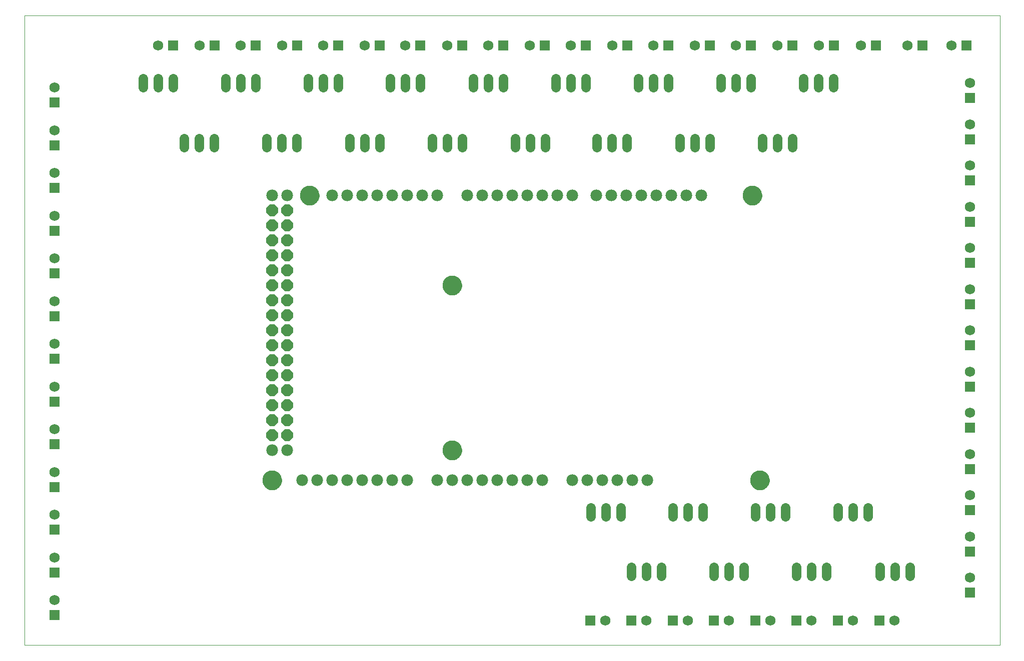
<source format=gts>
G75*
G70*
%OFA0B0*%
%FSLAX24Y24*%
%IPPOS*%
%LPD*%
%AMOC8*
5,1,8,0,0,1.08239X$1,22.5*
%
%ADD10C,0.0000*%
%ADD11R,0.0690X0.0690*%
%ADD12C,0.0690*%
%ADD13C,0.0640*%
%ADD14C,0.1300*%
%ADD15C,0.0780*%
%ADD16OC8,0.0780*%
D10*
X000353Y000353D02*
X000353Y042353D01*
X065353Y042353D01*
X065353Y000353D01*
X000353Y000353D01*
X016223Y011353D02*
X016225Y011403D01*
X016231Y011453D01*
X016241Y011502D01*
X016255Y011550D01*
X016272Y011597D01*
X016293Y011642D01*
X016318Y011686D01*
X016346Y011727D01*
X016378Y011766D01*
X016412Y011803D01*
X016449Y011837D01*
X016489Y011867D01*
X016531Y011894D01*
X016575Y011918D01*
X016621Y011939D01*
X016668Y011955D01*
X016716Y011968D01*
X016766Y011977D01*
X016815Y011982D01*
X016866Y011983D01*
X016916Y011980D01*
X016965Y011973D01*
X017014Y011962D01*
X017062Y011947D01*
X017108Y011929D01*
X017153Y011907D01*
X017196Y011881D01*
X017237Y011852D01*
X017276Y011820D01*
X017312Y011785D01*
X017344Y011747D01*
X017374Y011707D01*
X017401Y011664D01*
X017424Y011620D01*
X017443Y011574D01*
X017459Y011526D01*
X017471Y011477D01*
X017479Y011428D01*
X017483Y011378D01*
X017483Y011328D01*
X017479Y011278D01*
X017471Y011229D01*
X017459Y011180D01*
X017443Y011132D01*
X017424Y011086D01*
X017401Y011042D01*
X017374Y010999D01*
X017344Y010959D01*
X017312Y010921D01*
X017276Y010886D01*
X017237Y010854D01*
X017196Y010825D01*
X017153Y010799D01*
X017108Y010777D01*
X017062Y010759D01*
X017014Y010744D01*
X016965Y010733D01*
X016916Y010726D01*
X016866Y010723D01*
X016815Y010724D01*
X016766Y010729D01*
X016716Y010738D01*
X016668Y010751D01*
X016621Y010767D01*
X016575Y010788D01*
X016531Y010812D01*
X016489Y010839D01*
X016449Y010869D01*
X016412Y010903D01*
X016378Y010940D01*
X016346Y010979D01*
X016318Y011020D01*
X016293Y011064D01*
X016272Y011109D01*
X016255Y011156D01*
X016241Y011204D01*
X016231Y011253D01*
X016225Y011303D01*
X016223Y011353D01*
X028223Y013353D02*
X028225Y013403D01*
X028231Y013453D01*
X028241Y013502D01*
X028255Y013550D01*
X028272Y013597D01*
X028293Y013642D01*
X028318Y013686D01*
X028346Y013727D01*
X028378Y013766D01*
X028412Y013803D01*
X028449Y013837D01*
X028489Y013867D01*
X028531Y013894D01*
X028575Y013918D01*
X028621Y013939D01*
X028668Y013955D01*
X028716Y013968D01*
X028766Y013977D01*
X028815Y013982D01*
X028866Y013983D01*
X028916Y013980D01*
X028965Y013973D01*
X029014Y013962D01*
X029062Y013947D01*
X029108Y013929D01*
X029153Y013907D01*
X029196Y013881D01*
X029237Y013852D01*
X029276Y013820D01*
X029312Y013785D01*
X029344Y013747D01*
X029374Y013707D01*
X029401Y013664D01*
X029424Y013620D01*
X029443Y013574D01*
X029459Y013526D01*
X029471Y013477D01*
X029479Y013428D01*
X029483Y013378D01*
X029483Y013328D01*
X029479Y013278D01*
X029471Y013229D01*
X029459Y013180D01*
X029443Y013132D01*
X029424Y013086D01*
X029401Y013042D01*
X029374Y012999D01*
X029344Y012959D01*
X029312Y012921D01*
X029276Y012886D01*
X029237Y012854D01*
X029196Y012825D01*
X029153Y012799D01*
X029108Y012777D01*
X029062Y012759D01*
X029014Y012744D01*
X028965Y012733D01*
X028916Y012726D01*
X028866Y012723D01*
X028815Y012724D01*
X028766Y012729D01*
X028716Y012738D01*
X028668Y012751D01*
X028621Y012767D01*
X028575Y012788D01*
X028531Y012812D01*
X028489Y012839D01*
X028449Y012869D01*
X028412Y012903D01*
X028378Y012940D01*
X028346Y012979D01*
X028318Y013020D01*
X028293Y013064D01*
X028272Y013109D01*
X028255Y013156D01*
X028241Y013204D01*
X028231Y013253D01*
X028225Y013303D01*
X028223Y013353D01*
X028223Y024353D02*
X028225Y024403D01*
X028231Y024453D01*
X028241Y024502D01*
X028255Y024550D01*
X028272Y024597D01*
X028293Y024642D01*
X028318Y024686D01*
X028346Y024727D01*
X028378Y024766D01*
X028412Y024803D01*
X028449Y024837D01*
X028489Y024867D01*
X028531Y024894D01*
X028575Y024918D01*
X028621Y024939D01*
X028668Y024955D01*
X028716Y024968D01*
X028766Y024977D01*
X028815Y024982D01*
X028866Y024983D01*
X028916Y024980D01*
X028965Y024973D01*
X029014Y024962D01*
X029062Y024947D01*
X029108Y024929D01*
X029153Y024907D01*
X029196Y024881D01*
X029237Y024852D01*
X029276Y024820D01*
X029312Y024785D01*
X029344Y024747D01*
X029374Y024707D01*
X029401Y024664D01*
X029424Y024620D01*
X029443Y024574D01*
X029459Y024526D01*
X029471Y024477D01*
X029479Y024428D01*
X029483Y024378D01*
X029483Y024328D01*
X029479Y024278D01*
X029471Y024229D01*
X029459Y024180D01*
X029443Y024132D01*
X029424Y024086D01*
X029401Y024042D01*
X029374Y023999D01*
X029344Y023959D01*
X029312Y023921D01*
X029276Y023886D01*
X029237Y023854D01*
X029196Y023825D01*
X029153Y023799D01*
X029108Y023777D01*
X029062Y023759D01*
X029014Y023744D01*
X028965Y023733D01*
X028916Y023726D01*
X028866Y023723D01*
X028815Y023724D01*
X028766Y023729D01*
X028716Y023738D01*
X028668Y023751D01*
X028621Y023767D01*
X028575Y023788D01*
X028531Y023812D01*
X028489Y023839D01*
X028449Y023869D01*
X028412Y023903D01*
X028378Y023940D01*
X028346Y023979D01*
X028318Y024020D01*
X028293Y024064D01*
X028272Y024109D01*
X028255Y024156D01*
X028241Y024204D01*
X028231Y024253D01*
X028225Y024303D01*
X028223Y024353D01*
X018723Y030353D02*
X018725Y030403D01*
X018731Y030453D01*
X018741Y030502D01*
X018755Y030550D01*
X018772Y030597D01*
X018793Y030642D01*
X018818Y030686D01*
X018846Y030727D01*
X018878Y030766D01*
X018912Y030803D01*
X018949Y030837D01*
X018989Y030867D01*
X019031Y030894D01*
X019075Y030918D01*
X019121Y030939D01*
X019168Y030955D01*
X019216Y030968D01*
X019266Y030977D01*
X019315Y030982D01*
X019366Y030983D01*
X019416Y030980D01*
X019465Y030973D01*
X019514Y030962D01*
X019562Y030947D01*
X019608Y030929D01*
X019653Y030907D01*
X019696Y030881D01*
X019737Y030852D01*
X019776Y030820D01*
X019812Y030785D01*
X019844Y030747D01*
X019874Y030707D01*
X019901Y030664D01*
X019924Y030620D01*
X019943Y030574D01*
X019959Y030526D01*
X019971Y030477D01*
X019979Y030428D01*
X019983Y030378D01*
X019983Y030328D01*
X019979Y030278D01*
X019971Y030229D01*
X019959Y030180D01*
X019943Y030132D01*
X019924Y030086D01*
X019901Y030042D01*
X019874Y029999D01*
X019844Y029959D01*
X019812Y029921D01*
X019776Y029886D01*
X019737Y029854D01*
X019696Y029825D01*
X019653Y029799D01*
X019608Y029777D01*
X019562Y029759D01*
X019514Y029744D01*
X019465Y029733D01*
X019416Y029726D01*
X019366Y029723D01*
X019315Y029724D01*
X019266Y029729D01*
X019216Y029738D01*
X019168Y029751D01*
X019121Y029767D01*
X019075Y029788D01*
X019031Y029812D01*
X018989Y029839D01*
X018949Y029869D01*
X018912Y029903D01*
X018878Y029940D01*
X018846Y029979D01*
X018818Y030020D01*
X018793Y030064D01*
X018772Y030109D01*
X018755Y030156D01*
X018741Y030204D01*
X018731Y030253D01*
X018725Y030303D01*
X018723Y030353D01*
X048223Y030353D02*
X048225Y030403D01*
X048231Y030453D01*
X048241Y030502D01*
X048255Y030550D01*
X048272Y030597D01*
X048293Y030642D01*
X048318Y030686D01*
X048346Y030727D01*
X048378Y030766D01*
X048412Y030803D01*
X048449Y030837D01*
X048489Y030867D01*
X048531Y030894D01*
X048575Y030918D01*
X048621Y030939D01*
X048668Y030955D01*
X048716Y030968D01*
X048766Y030977D01*
X048815Y030982D01*
X048866Y030983D01*
X048916Y030980D01*
X048965Y030973D01*
X049014Y030962D01*
X049062Y030947D01*
X049108Y030929D01*
X049153Y030907D01*
X049196Y030881D01*
X049237Y030852D01*
X049276Y030820D01*
X049312Y030785D01*
X049344Y030747D01*
X049374Y030707D01*
X049401Y030664D01*
X049424Y030620D01*
X049443Y030574D01*
X049459Y030526D01*
X049471Y030477D01*
X049479Y030428D01*
X049483Y030378D01*
X049483Y030328D01*
X049479Y030278D01*
X049471Y030229D01*
X049459Y030180D01*
X049443Y030132D01*
X049424Y030086D01*
X049401Y030042D01*
X049374Y029999D01*
X049344Y029959D01*
X049312Y029921D01*
X049276Y029886D01*
X049237Y029854D01*
X049196Y029825D01*
X049153Y029799D01*
X049108Y029777D01*
X049062Y029759D01*
X049014Y029744D01*
X048965Y029733D01*
X048916Y029726D01*
X048866Y029723D01*
X048815Y029724D01*
X048766Y029729D01*
X048716Y029738D01*
X048668Y029751D01*
X048621Y029767D01*
X048575Y029788D01*
X048531Y029812D01*
X048489Y029839D01*
X048449Y029869D01*
X048412Y029903D01*
X048378Y029940D01*
X048346Y029979D01*
X048318Y030020D01*
X048293Y030064D01*
X048272Y030109D01*
X048255Y030156D01*
X048241Y030204D01*
X048231Y030253D01*
X048225Y030303D01*
X048223Y030353D01*
X048723Y011353D02*
X048725Y011403D01*
X048731Y011453D01*
X048741Y011502D01*
X048755Y011550D01*
X048772Y011597D01*
X048793Y011642D01*
X048818Y011686D01*
X048846Y011727D01*
X048878Y011766D01*
X048912Y011803D01*
X048949Y011837D01*
X048989Y011867D01*
X049031Y011894D01*
X049075Y011918D01*
X049121Y011939D01*
X049168Y011955D01*
X049216Y011968D01*
X049266Y011977D01*
X049315Y011982D01*
X049366Y011983D01*
X049416Y011980D01*
X049465Y011973D01*
X049514Y011962D01*
X049562Y011947D01*
X049608Y011929D01*
X049653Y011907D01*
X049696Y011881D01*
X049737Y011852D01*
X049776Y011820D01*
X049812Y011785D01*
X049844Y011747D01*
X049874Y011707D01*
X049901Y011664D01*
X049924Y011620D01*
X049943Y011574D01*
X049959Y011526D01*
X049971Y011477D01*
X049979Y011428D01*
X049983Y011378D01*
X049983Y011328D01*
X049979Y011278D01*
X049971Y011229D01*
X049959Y011180D01*
X049943Y011132D01*
X049924Y011086D01*
X049901Y011042D01*
X049874Y010999D01*
X049844Y010959D01*
X049812Y010921D01*
X049776Y010886D01*
X049737Y010854D01*
X049696Y010825D01*
X049653Y010799D01*
X049608Y010777D01*
X049562Y010759D01*
X049514Y010744D01*
X049465Y010733D01*
X049416Y010726D01*
X049366Y010723D01*
X049315Y010724D01*
X049266Y010729D01*
X049216Y010738D01*
X049168Y010751D01*
X049121Y010767D01*
X049075Y010788D01*
X049031Y010812D01*
X048989Y010839D01*
X048949Y010869D01*
X048912Y010903D01*
X048878Y010940D01*
X048846Y010979D01*
X048818Y011020D01*
X048793Y011064D01*
X048772Y011109D01*
X048755Y011156D01*
X048741Y011204D01*
X048731Y011253D01*
X048725Y011303D01*
X048723Y011353D01*
D11*
X049050Y002010D03*
X051811Y002010D03*
X054573Y002010D03*
X057335Y002010D03*
X063353Y003861D03*
X063353Y006611D03*
X063353Y009361D03*
X063353Y012111D03*
X063353Y014861D03*
X063353Y017611D03*
X063353Y020361D03*
X063353Y023111D03*
X063353Y025861D03*
X063353Y028611D03*
X063353Y031361D03*
X063353Y034111D03*
X063353Y036861D03*
X063128Y040353D03*
X060211Y040353D03*
X057093Y040353D03*
X054304Y040353D03*
X051514Y040353D03*
X048764Y040353D03*
X046014Y040353D03*
X043264Y040353D03*
X040514Y040353D03*
X037770Y040353D03*
X035020Y040353D03*
X032270Y040353D03*
X029520Y040353D03*
X026741Y040353D03*
X024014Y040353D03*
X021264Y040353D03*
X018514Y040353D03*
X015764Y040353D03*
X013014Y040353D03*
X010264Y040353D03*
X002353Y036553D03*
X002353Y033703D03*
X002353Y030853D03*
X002353Y028003D03*
X002353Y025153D03*
X002353Y022303D03*
X002353Y019453D03*
X002353Y016603D03*
X002353Y013753D03*
X002353Y010903D03*
X002353Y008053D03*
X002353Y005203D03*
X002353Y002353D03*
X038061Y002010D03*
X040811Y002010D03*
X043561Y002010D03*
X046288Y002010D03*
D12*
X047288Y002010D03*
X044561Y002010D03*
X041811Y002010D03*
X039061Y002010D03*
X050050Y002010D03*
X052811Y002010D03*
X055573Y002010D03*
X058335Y002010D03*
X063353Y004861D03*
X063353Y007611D03*
X063353Y010361D03*
X063353Y013111D03*
X063353Y015861D03*
X063353Y018611D03*
X063353Y021361D03*
X063353Y024111D03*
X063353Y026861D03*
X063353Y029611D03*
X063353Y032361D03*
X063353Y035111D03*
X063353Y037861D03*
X062128Y040353D03*
X059211Y040353D03*
X056093Y040353D03*
X053304Y040353D03*
X050514Y040353D03*
X047764Y040353D03*
X045014Y040353D03*
X042264Y040353D03*
X039514Y040353D03*
X036770Y040353D03*
X034020Y040353D03*
X031270Y040353D03*
X028520Y040353D03*
X025741Y040353D03*
X023014Y040353D03*
X020264Y040353D03*
X017514Y040353D03*
X014764Y040353D03*
X012014Y040353D03*
X009264Y040353D03*
X002353Y037553D03*
X002353Y034703D03*
X002353Y031853D03*
X002353Y029003D03*
X002353Y026153D03*
X002353Y023303D03*
X002353Y020453D03*
X002353Y017603D03*
X002353Y014753D03*
X002353Y011903D03*
X002353Y009053D03*
X002353Y006203D03*
X002353Y003353D03*
D13*
X038107Y008923D02*
X038107Y009523D01*
X039107Y009523D02*
X039107Y008923D01*
X040107Y008923D02*
X040107Y009523D01*
X043577Y009523D02*
X043577Y008923D01*
X044577Y008923D02*
X044577Y009523D01*
X045577Y009523D02*
X045577Y008923D01*
X049048Y008923D02*
X049048Y009523D01*
X050048Y009523D02*
X050048Y008923D01*
X051048Y008923D02*
X051048Y009523D01*
X054571Y009523D02*
X054571Y008923D01*
X055571Y008923D02*
X055571Y009523D01*
X056571Y009523D02*
X056571Y008923D01*
X057349Y005553D02*
X057349Y004953D01*
X058349Y004953D02*
X058349Y005553D01*
X059349Y005553D02*
X059349Y004953D01*
X053809Y004953D02*
X053809Y005553D01*
X052809Y005553D02*
X052809Y004953D01*
X051809Y004953D02*
X051809Y005553D01*
X048280Y005553D02*
X048280Y004953D01*
X047280Y004953D02*
X047280Y005553D01*
X046280Y005553D02*
X046280Y004953D01*
X042804Y004953D02*
X042804Y005553D01*
X041804Y005553D02*
X041804Y004953D01*
X040804Y004953D02*
X040804Y005553D01*
X040508Y033553D02*
X040508Y034153D01*
X039508Y034153D02*
X039508Y033553D01*
X038508Y033553D02*
X038508Y034153D01*
X035054Y034153D02*
X035054Y033553D01*
X034054Y033553D02*
X034054Y034153D01*
X033054Y034153D02*
X033054Y033553D01*
X029530Y033553D02*
X029530Y034153D01*
X028530Y034153D02*
X028530Y033553D01*
X027530Y033553D02*
X027530Y034153D01*
X024028Y034153D02*
X024028Y033553D01*
X023028Y033553D02*
X023028Y034153D01*
X022028Y034153D02*
X022028Y033553D01*
X018508Y033553D02*
X018508Y034153D01*
X017508Y034153D02*
X017508Y033553D01*
X016508Y033553D02*
X016508Y034153D01*
X013008Y034153D02*
X013008Y033553D01*
X012008Y033553D02*
X012008Y034153D01*
X011008Y034153D02*
X011008Y033553D01*
X010258Y037553D02*
X010258Y038153D01*
X009258Y038153D02*
X009258Y037553D01*
X008258Y037553D02*
X008258Y038153D01*
X013758Y038153D02*
X013758Y037553D01*
X014758Y037553D02*
X014758Y038153D01*
X015758Y038153D02*
X015758Y037553D01*
X019258Y037553D02*
X019258Y038153D01*
X020258Y038153D02*
X020258Y037553D01*
X021258Y037553D02*
X021258Y038153D01*
X024735Y038153D02*
X024735Y037553D01*
X025735Y037553D02*
X025735Y038153D01*
X026735Y038153D02*
X026735Y037553D01*
X030272Y037553D02*
X030272Y038153D01*
X031272Y038153D02*
X031272Y037553D01*
X032272Y037553D02*
X032272Y038153D01*
X035776Y038153D02*
X035776Y037553D01*
X036776Y037553D02*
X036776Y038153D01*
X037776Y038153D02*
X037776Y037553D01*
X041258Y037553D02*
X041258Y038153D01*
X042258Y038153D02*
X042258Y037553D01*
X043258Y037553D02*
X043258Y038153D01*
X046758Y038153D02*
X046758Y037553D01*
X047758Y037553D02*
X047758Y038153D01*
X048758Y038153D02*
X048758Y037553D01*
X052258Y037553D02*
X052258Y038153D01*
X053258Y038153D02*
X053258Y037553D01*
X054258Y037553D02*
X054258Y038153D01*
X051522Y034153D02*
X051522Y033553D01*
X050522Y033553D02*
X050522Y034153D01*
X049522Y034153D02*
X049522Y033553D01*
X046028Y033553D02*
X046028Y034153D01*
X045028Y034153D02*
X045028Y033553D01*
X044028Y033553D02*
X044028Y034153D01*
D14*
X048853Y030353D03*
X028853Y024353D03*
X019353Y030353D03*
X028853Y013353D03*
X016853Y011353D03*
X049353Y011353D03*
D15*
X041853Y011353D03*
X040853Y011353D03*
X039853Y011353D03*
X038853Y011353D03*
X037853Y011353D03*
X036853Y011353D03*
X034853Y011353D03*
X033853Y011353D03*
X032853Y011353D03*
X031853Y011353D03*
X030853Y011353D03*
X029853Y011353D03*
X028853Y011353D03*
X027853Y011353D03*
X025853Y011353D03*
X024853Y011353D03*
X023853Y011353D03*
X022853Y011353D03*
X021853Y011353D03*
X020853Y011353D03*
X019853Y011353D03*
X018853Y011353D03*
X017853Y013353D03*
X016853Y013353D03*
X016853Y030353D03*
X017853Y030353D03*
X020853Y030353D03*
X021853Y030353D03*
X022853Y030353D03*
X023853Y030353D03*
X024853Y030353D03*
X025853Y030353D03*
X026853Y030353D03*
X027853Y030353D03*
X029853Y030353D03*
X030853Y030353D03*
X031853Y030353D03*
X032853Y030353D03*
X033853Y030353D03*
X034853Y030353D03*
X035853Y030353D03*
X036853Y030353D03*
X038453Y030353D03*
X039453Y030353D03*
X040453Y030353D03*
X041453Y030353D03*
X042453Y030353D03*
X043453Y030353D03*
X044453Y030353D03*
X045453Y030353D03*
D16*
X017853Y029353D03*
X017853Y028353D03*
X016853Y028353D03*
X016853Y029353D03*
X016853Y027353D03*
X017853Y027353D03*
X017853Y026353D03*
X017853Y025353D03*
X016853Y025353D03*
X016853Y026353D03*
X016853Y024353D03*
X017853Y024353D03*
X017853Y023353D03*
X017853Y022353D03*
X016853Y022353D03*
X016853Y023353D03*
X016853Y021353D03*
X017853Y021353D03*
X017853Y020353D03*
X017853Y019353D03*
X016853Y019353D03*
X016853Y020353D03*
X016853Y018353D03*
X017853Y018353D03*
X017853Y017353D03*
X017853Y016353D03*
X016853Y016353D03*
X016853Y017353D03*
X016853Y015353D03*
X017853Y015353D03*
X017853Y014353D03*
X016853Y014353D03*
M02*

</source>
